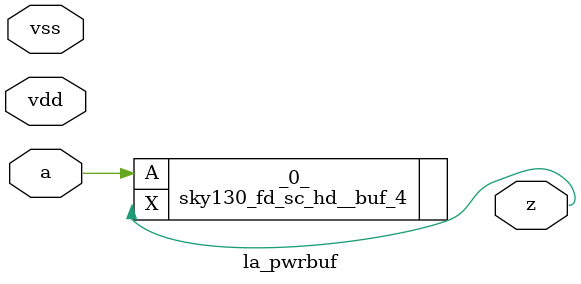
<source format=v>
/* Generated by Yosys 0.37 (git sha1 a5c7f69ed, clang 14.0.0-1ubuntu1.1 -fPIC -Os) */

module la_pwrbuf(vdd, vss, a, z);
  input a;
  wire a;
  input vdd;
  wire vdd;
  input vss;
  wire vss;
  output z;
  wire z;
  sky130_fd_sc_hd__buf_4 _0_ (
    .A(a),
    .X(z)
  );
endmodule

</source>
